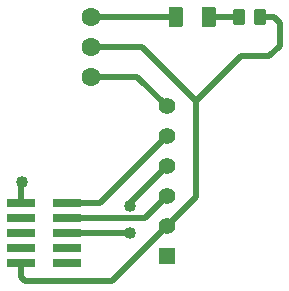
<source format=gbr>
%TF.GenerationSoftware,KiCad,Pcbnew,6.0.7-f9a2dced07~116~ubuntu20.04.1*%
%TF.CreationDate,2022-09-17T15:12:38-07:00*%
%TF.ProjectId,MAG_encoder_adapter,4d41475f-656e-4636-9f64-65725f616461,rev?*%
%TF.SameCoordinates,Original*%
%TF.FileFunction,Copper,L1,Top*%
%TF.FilePolarity,Positive*%
%FSLAX46Y46*%
G04 Gerber Fmt 4.6, Leading zero omitted, Abs format (unit mm)*
G04 Created by KiCad (PCBNEW 6.0.7-f9a2dced07~116~ubuntu20.04.1) date 2022-09-17 15:12:38*
%MOMM*%
%LPD*%
G01*
G04 APERTURE LIST*
G04 Aperture macros list*
%AMRoundRect*
0 Rectangle with rounded corners*
0 $1 Rounding radius*
0 $2 $3 $4 $5 $6 $7 $8 $9 X,Y pos of 4 corners*
0 Add a 4 corners polygon primitive as box body*
4,1,4,$2,$3,$4,$5,$6,$7,$8,$9,$2,$3,0*
0 Add four circle primitives for the rounded corners*
1,1,$1+$1,$2,$3*
1,1,$1+$1,$4,$5*
1,1,$1+$1,$6,$7*
1,1,$1+$1,$8,$9*
0 Add four rect primitives between the rounded corners*
20,1,$1+$1,$2,$3,$4,$5,0*
20,1,$1+$1,$4,$5,$6,$7,0*
20,1,$1+$1,$6,$7,$8,$9,0*
20,1,$1+$1,$8,$9,$2,$3,0*%
G04 Aperture macros list end*
%TA.AperFunction,ComponentPad*%
%ADD10R,1.397000X1.397000*%
%TD*%
%TA.AperFunction,ComponentPad*%
%ADD11C,1.397000*%
%TD*%
%TA.AperFunction,ComponentPad*%
%ADD12C,1.600200*%
%TD*%
%TA.AperFunction,SMDPad,CuDef*%
%ADD13RoundRect,0.250000X-0.262500X-0.450000X0.262500X-0.450000X0.262500X0.450000X-0.262500X0.450000X0*%
%TD*%
%TA.AperFunction,SMDPad,CuDef*%
%ADD14RoundRect,0.250000X-0.375000X-0.625000X0.375000X-0.625000X0.375000X0.625000X-0.375000X0.625000X0*%
%TD*%
%TA.AperFunction,SMDPad,CuDef*%
%ADD15R,2.387600X0.762000*%
%TD*%
%TA.AperFunction,ViaPad*%
%ADD16C,1.016000*%
%TD*%
%TA.AperFunction,Conductor*%
%ADD17C,0.508000*%
%TD*%
G04 APERTURE END LIST*
D10*
%TO.P,J3,1,Pin_1*%
%TO.N,GND*%
X173558000Y-124405500D03*
D11*
%TO.P,J3,2,Pin_2*%
%TO.N,+5V*%
X173558000Y-121865500D03*
%TO.P,J3,3,Pin_3*%
%TO.N,/A*%
X173558000Y-119325500D03*
%TO.P,J3,4,Pin_4*%
%TO.N,/B*%
X173558000Y-116785500D03*
%TO.P,J3,5,Pin_5*%
%TO.N,/PWM*%
X173558000Y-114245500D03*
%TO.P,J3,6,Pin_6*%
%TO.N,/AIN*%
X173558000Y-111705500D03*
%TD*%
D12*
%TO.P,J2,1,Pin_1*%
%TO.N,GND*%
X167156451Y-104140000D03*
%TO.P,J2,2,Pin_2*%
%TO.N,+5V*%
X167156451Y-106680000D03*
%TO.P,J2,3,Pin_3*%
%TO.N,/AIN*%
X167156451Y-109220000D03*
%TD*%
D13*
%TO.P,R1,1*%
%TO.N,Net-(D1-Pad2)*%
X179655000Y-104140000D03*
%TO.P,R1,2*%
%TO.N,+5V*%
X181480000Y-104140000D03*
%TD*%
D14*
%TO.P,D1,1,K*%
%TO.N,GND*%
X174365000Y-104140000D03*
%TO.P,D1,2,A*%
%TO.N,Net-(D1-Pad2)*%
X177165000Y-104140000D03*
%TD*%
D15*
%TO.P,J1,1,Pin_1*%
%TO.N,unconnected-(J1-Pad1)*%
X165124402Y-124968000D03*
%TO.P,J1,2,Pin_2*%
%TO.N,+5V*%
X161224400Y-124968000D03*
%TO.P,J1,3,Pin_3*%
%TO.N,unconnected-(J1-Pad3)*%
X165124402Y-123698000D03*
%TO.P,J1,4,Pin_4*%
%TO.N,unconnected-(J1-Pad4)*%
X161224400Y-123698000D03*
%TO.P,J1,5,Pin_5*%
%TO.N,/B*%
X165124402Y-122428000D03*
%TO.P,J1,6,Pin_6*%
%TO.N,unconnected-(J1-Pad6)*%
X161224400Y-122428000D03*
%TO.P,J1,7,Pin_7*%
%TO.N,/A*%
X165124402Y-121158000D03*
%TO.P,J1,8,Pin_8*%
%TO.N,unconnected-(J1-Pad8)*%
X161224400Y-121158000D03*
%TO.P,J1,9,Pin_9*%
%TO.N,/PWM*%
X165124402Y-119888000D03*
%TO.P,J1,10,Pin_10*%
%TO.N,GND*%
X161224400Y-119888000D03*
%TD*%
D16*
%TO.N,GND*%
X161290000Y-118110000D03*
%TO.N,/B*%
X170434000Y-120142000D03*
X170434000Y-122428000D03*
%TD*%
D17*
%TO.N,GND*%
X161224400Y-118175600D02*
X161290000Y-118110000D01*
X167156451Y-104140000D02*
X174365000Y-104140000D01*
X161224400Y-119888000D02*
X161224400Y-118175600D01*
%TO.N,Net-(D1-Pad2)*%
X177165000Y-104140000D02*
X179655000Y-104140000D01*
%TO.N,+5V*%
X182245000Y-107442000D02*
X179832000Y-107442000D01*
X176022000Y-111252000D02*
X176022000Y-119401500D01*
X182626000Y-104140000D02*
X183134000Y-104648000D01*
X161224400Y-126172400D02*
X161544000Y-126492000D01*
X183134000Y-106553000D02*
X182245000Y-107442000D01*
X161544000Y-126492000D02*
X168931500Y-126492000D01*
X161224400Y-124968000D02*
X161224400Y-126172400D01*
X171450000Y-106680000D02*
X176022000Y-111252000D01*
X168931500Y-126492000D02*
X173558000Y-121865500D01*
X179832000Y-107442000D02*
X176022000Y-111252000D01*
X183134000Y-104648000D02*
X183134000Y-106553000D01*
X176022000Y-119401500D02*
X173558000Y-121865500D01*
X167156451Y-106680000D02*
X171450000Y-106680000D01*
X181480000Y-104140000D02*
X182626000Y-104140000D01*
%TO.N,/B*%
X170434000Y-119909500D02*
X173558000Y-116785500D01*
X170434000Y-120142000D02*
X170434000Y-119909500D01*
X165124402Y-122428000D02*
X170434000Y-122428000D01*
%TO.N,/A*%
X165124402Y-121158000D02*
X171725500Y-121158000D01*
X171725500Y-121158000D02*
X173558000Y-119325500D01*
%TO.N,/PWM*%
X165124402Y-119888000D02*
X167915500Y-119888000D01*
X167915500Y-119888000D02*
X173558000Y-114245500D01*
%TO.N,/AIN*%
X171072500Y-109220000D02*
X173558000Y-111705500D01*
X167156451Y-109220000D02*
X171072500Y-109220000D01*
%TD*%
M02*

</source>
